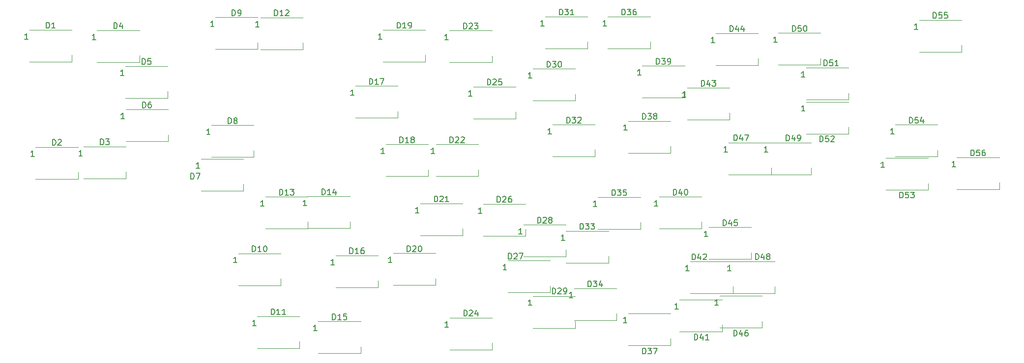
<source format=gbr>
%TF.GenerationSoftware,KiCad,Pcbnew,(5.1.6)-1*%
%TF.CreationDate,2020-11-25T11:54:25+11:00*%
%TF.ProjectId,HUD Panel PCB V1,48554420-5061-46e6-956c-205043422056,rev?*%
%TF.SameCoordinates,Original*%
%TF.FileFunction,Legend,Top*%
%TF.FilePolarity,Positive*%
%FSLAX46Y46*%
G04 Gerber Fmt 4.6, Leading zero omitted, Abs format (unit mm)*
G04 Created by KiCad (PCBNEW (5.1.6)-1) date 2020-11-25 11:54:25*
%MOMM*%
%LPD*%
G01*
G04 APERTURE LIST*
%ADD10C,0.120000*%
%ADD11C,0.150000*%
G04 APERTURE END LIST*
D10*
%TO.C,D56*%
X236681000Y-71507600D02*
X236681000Y-70357600D01*
X229381000Y-71507600D02*
X236681000Y-71507600D01*
X229381000Y-66007600D02*
X236681000Y-66007600D01*
%TO.C,D55*%
X230179000Y-47784000D02*
X230179000Y-46634000D01*
X222879000Y-47784000D02*
X230179000Y-47784000D01*
X222879000Y-42284000D02*
X230179000Y-42284000D01*
%TO.C,D54*%
X226092000Y-65868800D02*
X226092000Y-64718800D01*
X218792000Y-65868800D02*
X226092000Y-65868800D01*
X218792000Y-60368800D02*
X226092000Y-60368800D01*
%TO.C,D53*%
X224427000Y-71634800D02*
X224427000Y-70484800D01*
X217127000Y-71634800D02*
X224427000Y-71634800D01*
X217127000Y-66134800D02*
X224427000Y-66134800D01*
%TO.C,D52*%
X210750000Y-61906400D02*
X210750000Y-60756400D01*
X203450000Y-61906400D02*
X210750000Y-61906400D01*
X203450000Y-56406400D02*
X210750000Y-56406400D01*
%TO.C,D51*%
X210711000Y-56039200D02*
X210711000Y-54889200D01*
X203411000Y-56039200D02*
X210711000Y-56039200D01*
X203411000Y-50539200D02*
X210711000Y-50539200D01*
%TO.C,D50*%
X205936000Y-50044800D02*
X205936000Y-48894800D01*
X198636000Y-50044800D02*
X205936000Y-50044800D01*
X198636000Y-44544800D02*
X205936000Y-44544800D01*
%TO.C,D49*%
X204322000Y-68967600D02*
X204322000Y-67817600D01*
X197022000Y-68967600D02*
X204322000Y-68967600D01*
X197022000Y-63467600D02*
X204322000Y-63467600D01*
%TO.C,D48*%
X198011000Y-89465600D02*
X198011000Y-88315600D01*
X190711000Y-89465600D02*
X198011000Y-89465600D01*
X190711000Y-83965600D02*
X198011000Y-83965600D01*
%TO.C,D47*%
X197401000Y-68942400D02*
X197401000Y-67792400D01*
X190101000Y-68942400D02*
X197401000Y-68942400D01*
X190101000Y-63442400D02*
X197401000Y-63442400D01*
%TO.C,D46*%
X195826000Y-95409200D02*
X195826000Y-94259200D01*
X188526000Y-95409200D02*
X195826000Y-95409200D01*
X188526000Y-89909200D02*
X195826000Y-89909200D01*
%TO.C,D45*%
X193998000Y-83572800D02*
X193998000Y-82422800D01*
X186698000Y-83572800D02*
X193998000Y-83572800D01*
X186698000Y-78072800D02*
X193998000Y-78072800D01*
%TO.C,D44*%
X195178000Y-50070000D02*
X195178000Y-48920000D01*
X187878000Y-50070000D02*
X195178000Y-50070000D01*
X187878000Y-44570000D02*
X195178000Y-44570000D01*
%TO.C,D43*%
X190238000Y-59493600D02*
X190238000Y-58343600D01*
X182938000Y-59493600D02*
X190238000Y-59493600D01*
X182938000Y-53993600D02*
X190238000Y-53993600D01*
%TO.C,D42*%
X190797000Y-89465600D02*
X190797000Y-88315600D01*
X183497000Y-89465600D02*
X190797000Y-89465600D01*
X183497000Y-83965600D02*
X190797000Y-83965600D01*
%TO.C,D41*%
X188929000Y-96044000D02*
X188929000Y-94894000D01*
X181629000Y-96044000D02*
X188929000Y-96044000D01*
X181629000Y-90544000D02*
X188929000Y-90544000D01*
%TO.C,D40*%
X185412000Y-78289600D02*
X185412000Y-77139600D01*
X178112000Y-78289600D02*
X185412000Y-78289600D01*
X178112000Y-72789600D02*
X185412000Y-72789600D01*
%TO.C,D39*%
X182505000Y-55708800D02*
X182505000Y-54558800D01*
X175205000Y-55708800D02*
X182505000Y-55708800D01*
X175205000Y-50208800D02*
X182505000Y-50208800D01*
%TO.C,D38*%
X180118000Y-65208400D02*
X180118000Y-64058400D01*
X172818000Y-65208400D02*
X180118000Y-65208400D01*
X172818000Y-59708400D02*
X180118000Y-59708400D01*
%TO.C,D37*%
X180078000Y-98406400D02*
X180078000Y-97256400D01*
X172778000Y-98406400D02*
X180078000Y-98406400D01*
X172778000Y-92906400D02*
X180078000Y-92906400D01*
%TO.C,D36*%
X176573000Y-47200000D02*
X176573000Y-46050000D01*
X169273000Y-47200000D02*
X176573000Y-47200000D01*
X169273000Y-41700000D02*
X176573000Y-41700000D01*
%TO.C,D35*%
X174885000Y-78365600D02*
X174885000Y-77215600D01*
X167585000Y-78365600D02*
X174885000Y-78365600D01*
X167585000Y-72865600D02*
X174885000Y-72865600D01*
%TO.C,D34*%
X170743000Y-94113600D02*
X170743000Y-92963600D01*
X163443000Y-94113600D02*
X170743000Y-94113600D01*
X163443000Y-88613600D02*
X170743000Y-88613600D01*
%TO.C,D33*%
X169371000Y-84207600D02*
X169371000Y-83057600D01*
X162071000Y-84207600D02*
X169371000Y-84207600D01*
X162071000Y-78707600D02*
X169371000Y-78707600D01*
%TO.C,D32*%
X167074000Y-65843600D02*
X167074000Y-64693600D01*
X159774000Y-65843600D02*
X167074000Y-65843600D01*
X159774000Y-60343600D02*
X167074000Y-60343600D01*
%TO.C,D31*%
X165804000Y-47200000D02*
X165804000Y-46050000D01*
X158504000Y-47200000D02*
X165804000Y-47200000D01*
X158504000Y-41700000D02*
X165804000Y-41700000D01*
%TO.C,D30*%
X163682000Y-56216800D02*
X163682000Y-55066800D01*
X156382000Y-56216800D02*
X163682000Y-56216800D01*
X156382000Y-50716800D02*
X163682000Y-50716800D01*
%TO.C,D29*%
X163682000Y-95434400D02*
X163682000Y-94284400D01*
X156382000Y-95434400D02*
X163682000Y-95434400D01*
X156382000Y-89934400D02*
X163682000Y-89934400D01*
%TO.C,D28*%
X162044000Y-83115600D02*
X162044000Y-81965600D01*
X154744000Y-83115600D02*
X162044000Y-83115600D01*
X154744000Y-77615600D02*
X162044000Y-77615600D01*
%TO.C,D27*%
X159352000Y-89313200D02*
X159352000Y-88163200D01*
X152052000Y-89313200D02*
X159352000Y-89313200D01*
X152052000Y-83813200D02*
X159352000Y-83813200D01*
%TO.C,D26*%
X155096000Y-79534000D02*
X155096000Y-78384000D01*
X147796000Y-79534000D02*
X155096000Y-79534000D01*
X147796000Y-74034000D02*
X155096000Y-74034000D01*
%TO.C,D25*%
X153408000Y-59290400D02*
X153408000Y-58140400D01*
X146108000Y-59290400D02*
X153408000Y-59290400D01*
X146108000Y-53790400D02*
X153408000Y-53790400D01*
%TO.C,D24*%
X149344000Y-99168400D02*
X149344000Y-98018400D01*
X142044000Y-99168400D02*
X149344000Y-99168400D01*
X142044000Y-93668400D02*
X149344000Y-93668400D01*
%TO.C,D23*%
X149305000Y-49612800D02*
X149305000Y-48462800D01*
X142005000Y-49612800D02*
X149305000Y-49612800D01*
X142005000Y-44112800D02*
X149305000Y-44112800D01*
%TO.C,D22*%
X146957000Y-69247200D02*
X146957000Y-68097200D01*
X139657000Y-69247200D02*
X146957000Y-69247200D01*
X139657000Y-63747200D02*
X146957000Y-63747200D01*
%TO.C,D21*%
X144264000Y-79458000D02*
X144264000Y-78308000D01*
X136964000Y-79458000D02*
X144264000Y-79458000D01*
X136964000Y-73958000D02*
X144264000Y-73958000D01*
%TO.C,D20*%
X139591000Y-88043200D02*
X139591000Y-86893200D01*
X132291000Y-88043200D02*
X139591000Y-88043200D01*
X132291000Y-82543200D02*
X139591000Y-82543200D01*
%TO.C,D19*%
X137864000Y-49486000D02*
X137864000Y-48336000D01*
X130564000Y-49486000D02*
X137864000Y-49486000D01*
X130564000Y-43986000D02*
X137864000Y-43986000D01*
%TO.C,D18*%
X138321000Y-69247200D02*
X138321000Y-68097200D01*
X131021000Y-69247200D02*
X138321000Y-69247200D01*
X131021000Y-63747200D02*
X138321000Y-63747200D01*
%TO.C,D17*%
X133088000Y-59188800D02*
X133088000Y-58038800D01*
X125788000Y-59188800D02*
X133088000Y-59188800D01*
X125788000Y-53688800D02*
X133088000Y-53688800D01*
%TO.C,D16*%
X129696000Y-88424000D02*
X129696000Y-87274000D01*
X122396000Y-88424000D02*
X129696000Y-88424000D01*
X122396000Y-82924000D02*
X129696000Y-82924000D01*
%TO.C,D15*%
X126699000Y-99803200D02*
X126699000Y-98653200D01*
X119399000Y-99803200D02*
X126699000Y-99803200D01*
X119399000Y-94303200D02*
X126699000Y-94303200D01*
%TO.C,D14*%
X124910000Y-78238800D02*
X124910000Y-77088800D01*
X117610000Y-78238800D02*
X124910000Y-78238800D01*
X117610000Y-72738800D02*
X124910000Y-72738800D01*
%TO.C,D13*%
X117594000Y-78289600D02*
X117594000Y-77139600D01*
X110294000Y-78289600D02*
X117594000Y-78289600D01*
X110294000Y-72789600D02*
X117594000Y-72789600D01*
%TO.C,D12*%
X116731000Y-47352400D02*
X116731000Y-46202400D01*
X109431000Y-47352400D02*
X116731000Y-47352400D01*
X109431000Y-41852400D02*
X116731000Y-41852400D01*
%TO.C,D11*%
X116184000Y-98939600D02*
X116184000Y-97789600D01*
X108884000Y-98939600D02*
X116184000Y-98939600D01*
X108884000Y-93439600D02*
X116184000Y-93439600D01*
%TO.C,D10*%
X112932000Y-88068400D02*
X112932000Y-86918400D01*
X105632000Y-88068400D02*
X112932000Y-88068400D01*
X105632000Y-82568400D02*
X112932000Y-82568400D01*
%TO.C,D9*%
X108970000Y-47326800D02*
X108970000Y-46176800D01*
X101670000Y-47326800D02*
X108970000Y-47326800D01*
X101670000Y-41826800D02*
X108970000Y-41826800D01*
%TO.C,D8*%
X108298000Y-65945200D02*
X108298000Y-64795200D01*
X100998000Y-65945200D02*
X108298000Y-65945200D01*
X100998000Y-60445200D02*
X108298000Y-60445200D01*
%TO.C,D7*%
X106481000Y-71761600D02*
X106481000Y-70611600D01*
X99181000Y-71761600D02*
X106481000Y-71761600D01*
X99181000Y-66261600D02*
X106481000Y-66261600D01*
%TO.C,D6*%
X93526800Y-63227200D02*
X93526800Y-62077200D01*
X86226800Y-63227200D02*
X93526800Y-63227200D01*
X86226800Y-57727200D02*
X93526800Y-57727200D01*
%TO.C,D5*%
X93464400Y-55734400D02*
X93464400Y-54584400D01*
X86164400Y-55734400D02*
X93464400Y-55734400D01*
X86164400Y-50234400D02*
X93464400Y-50234400D01*
%TO.C,D4*%
X88599200Y-49562000D02*
X88599200Y-48412000D01*
X81299200Y-49562000D02*
X88599200Y-49562000D01*
X81299200Y-44062000D02*
X88599200Y-44062000D01*
%TO.C,D3*%
X86290000Y-69628000D02*
X86290000Y-68478000D01*
X78990000Y-69628000D02*
X86290000Y-69628000D01*
X78990000Y-64128000D02*
X86290000Y-64128000D01*
%TO.C,D2*%
X78021200Y-69704400D02*
X78021200Y-68554400D01*
X70721200Y-69704400D02*
X78021200Y-69704400D01*
X70721200Y-64204400D02*
X78021200Y-64204400D01*
%TO.C,D1*%
X76954400Y-49486000D02*
X76954400Y-48336000D01*
X69654400Y-49486000D02*
X76954400Y-49486000D01*
X69654400Y-43986000D02*
X76954400Y-43986000D01*
%TO.C,D56*%
D11*
X231816714Y-65709980D02*
X231816714Y-64709980D01*
X232054809Y-64709980D01*
X232197666Y-64757600D01*
X232292904Y-64852838D01*
X232340523Y-64948076D01*
X232388142Y-65138552D01*
X232388142Y-65281409D01*
X232340523Y-65471885D01*
X232292904Y-65567123D01*
X232197666Y-65662361D01*
X232054809Y-65709980D01*
X231816714Y-65709980D01*
X233292904Y-64709980D02*
X232816714Y-64709980D01*
X232769095Y-65186171D01*
X232816714Y-65138552D01*
X232911952Y-65090933D01*
X233150047Y-65090933D01*
X233245285Y-65138552D01*
X233292904Y-65186171D01*
X233340523Y-65281409D01*
X233340523Y-65519504D01*
X233292904Y-65614742D01*
X233245285Y-65662361D01*
X233150047Y-65709980D01*
X232911952Y-65709980D01*
X232816714Y-65662361D01*
X232769095Y-65614742D01*
X234197666Y-64709980D02*
X234007190Y-64709980D01*
X233911952Y-64757600D01*
X233864333Y-64805219D01*
X233769095Y-64948076D01*
X233721476Y-65138552D01*
X233721476Y-65519504D01*
X233769095Y-65614742D01*
X233816714Y-65662361D01*
X233911952Y-65709980D01*
X234102428Y-65709980D01*
X234197666Y-65662361D01*
X234245285Y-65614742D01*
X234292904Y-65519504D01*
X234292904Y-65281409D01*
X234245285Y-65186171D01*
X234197666Y-65138552D01*
X234102428Y-65090933D01*
X233911952Y-65090933D01*
X233816714Y-65138552D01*
X233769095Y-65186171D01*
X233721476Y-65281409D01*
X229166714Y-67609980D02*
X228595285Y-67609980D01*
X228881000Y-67609980D02*
X228881000Y-66609980D01*
X228785761Y-66752838D01*
X228690523Y-66848076D01*
X228595285Y-66895695D01*
%TO.C,D55*%
X225314714Y-41986380D02*
X225314714Y-40986380D01*
X225552809Y-40986380D01*
X225695666Y-41034000D01*
X225790904Y-41129238D01*
X225838523Y-41224476D01*
X225886142Y-41414952D01*
X225886142Y-41557809D01*
X225838523Y-41748285D01*
X225790904Y-41843523D01*
X225695666Y-41938761D01*
X225552809Y-41986380D01*
X225314714Y-41986380D01*
X226790904Y-40986380D02*
X226314714Y-40986380D01*
X226267095Y-41462571D01*
X226314714Y-41414952D01*
X226409952Y-41367333D01*
X226648047Y-41367333D01*
X226743285Y-41414952D01*
X226790904Y-41462571D01*
X226838523Y-41557809D01*
X226838523Y-41795904D01*
X226790904Y-41891142D01*
X226743285Y-41938761D01*
X226648047Y-41986380D01*
X226409952Y-41986380D01*
X226314714Y-41938761D01*
X226267095Y-41891142D01*
X227743285Y-40986380D02*
X227267095Y-40986380D01*
X227219476Y-41462571D01*
X227267095Y-41414952D01*
X227362333Y-41367333D01*
X227600428Y-41367333D01*
X227695666Y-41414952D01*
X227743285Y-41462571D01*
X227790904Y-41557809D01*
X227790904Y-41795904D01*
X227743285Y-41891142D01*
X227695666Y-41938761D01*
X227600428Y-41986380D01*
X227362333Y-41986380D01*
X227267095Y-41938761D01*
X227219476Y-41891142D01*
X222664714Y-43886380D02*
X222093285Y-43886380D01*
X222379000Y-43886380D02*
X222379000Y-42886380D01*
X222283761Y-43029238D01*
X222188523Y-43124476D01*
X222093285Y-43172095D01*
%TO.C,D54*%
X221227714Y-60071180D02*
X221227714Y-59071180D01*
X221465809Y-59071180D01*
X221608666Y-59118800D01*
X221703904Y-59214038D01*
X221751523Y-59309276D01*
X221799142Y-59499752D01*
X221799142Y-59642609D01*
X221751523Y-59833085D01*
X221703904Y-59928323D01*
X221608666Y-60023561D01*
X221465809Y-60071180D01*
X221227714Y-60071180D01*
X222703904Y-59071180D02*
X222227714Y-59071180D01*
X222180095Y-59547371D01*
X222227714Y-59499752D01*
X222322952Y-59452133D01*
X222561047Y-59452133D01*
X222656285Y-59499752D01*
X222703904Y-59547371D01*
X222751523Y-59642609D01*
X222751523Y-59880704D01*
X222703904Y-59975942D01*
X222656285Y-60023561D01*
X222561047Y-60071180D01*
X222322952Y-60071180D01*
X222227714Y-60023561D01*
X222180095Y-59975942D01*
X223608666Y-59404514D02*
X223608666Y-60071180D01*
X223370571Y-59023561D02*
X223132476Y-59737847D01*
X223751523Y-59737847D01*
X218577714Y-61971180D02*
X218006285Y-61971180D01*
X218292000Y-61971180D02*
X218292000Y-60971180D01*
X218196761Y-61114038D01*
X218101523Y-61209276D01*
X218006285Y-61256895D01*
%TO.C,D53*%
X219562714Y-72994780D02*
X219562714Y-71994780D01*
X219800809Y-71994780D01*
X219943666Y-72042400D01*
X220038904Y-72137638D01*
X220086523Y-72232876D01*
X220134142Y-72423352D01*
X220134142Y-72566209D01*
X220086523Y-72756685D01*
X220038904Y-72851923D01*
X219943666Y-72947161D01*
X219800809Y-72994780D01*
X219562714Y-72994780D01*
X221038904Y-71994780D02*
X220562714Y-71994780D01*
X220515095Y-72470971D01*
X220562714Y-72423352D01*
X220657952Y-72375733D01*
X220896047Y-72375733D01*
X220991285Y-72423352D01*
X221038904Y-72470971D01*
X221086523Y-72566209D01*
X221086523Y-72804304D01*
X221038904Y-72899542D01*
X220991285Y-72947161D01*
X220896047Y-72994780D01*
X220657952Y-72994780D01*
X220562714Y-72947161D01*
X220515095Y-72899542D01*
X221419857Y-71994780D02*
X222038904Y-71994780D01*
X221705571Y-72375733D01*
X221848428Y-72375733D01*
X221943666Y-72423352D01*
X221991285Y-72470971D01*
X222038904Y-72566209D01*
X222038904Y-72804304D01*
X221991285Y-72899542D01*
X221943666Y-72947161D01*
X221848428Y-72994780D01*
X221562714Y-72994780D01*
X221467476Y-72947161D01*
X221419857Y-72899542D01*
X216912714Y-67737180D02*
X216341285Y-67737180D01*
X216627000Y-67737180D02*
X216627000Y-66737180D01*
X216531761Y-66880038D01*
X216436523Y-66975276D01*
X216341285Y-67022895D01*
%TO.C,D52*%
X205795714Y-63291980D02*
X205795714Y-62291980D01*
X206033809Y-62291980D01*
X206176666Y-62339600D01*
X206271904Y-62434838D01*
X206319523Y-62530076D01*
X206367142Y-62720552D01*
X206367142Y-62863409D01*
X206319523Y-63053885D01*
X206271904Y-63149123D01*
X206176666Y-63244361D01*
X206033809Y-63291980D01*
X205795714Y-63291980D01*
X207271904Y-62291980D02*
X206795714Y-62291980D01*
X206748095Y-62768171D01*
X206795714Y-62720552D01*
X206890952Y-62672933D01*
X207129047Y-62672933D01*
X207224285Y-62720552D01*
X207271904Y-62768171D01*
X207319523Y-62863409D01*
X207319523Y-63101504D01*
X207271904Y-63196742D01*
X207224285Y-63244361D01*
X207129047Y-63291980D01*
X206890952Y-63291980D01*
X206795714Y-63244361D01*
X206748095Y-63196742D01*
X207700476Y-62387219D02*
X207748095Y-62339600D01*
X207843333Y-62291980D01*
X208081428Y-62291980D01*
X208176666Y-62339600D01*
X208224285Y-62387219D01*
X208271904Y-62482457D01*
X208271904Y-62577695D01*
X208224285Y-62720552D01*
X207652857Y-63291980D01*
X208271904Y-63291980D01*
X203235714Y-58008780D02*
X202664285Y-58008780D01*
X202950000Y-58008780D02*
X202950000Y-57008780D01*
X202854761Y-57151638D01*
X202759523Y-57246876D01*
X202664285Y-57294495D01*
%TO.C,D51*%
X206506914Y-50185580D02*
X206506914Y-49185580D01*
X206745009Y-49185580D01*
X206887866Y-49233200D01*
X206983104Y-49328438D01*
X207030723Y-49423676D01*
X207078342Y-49614152D01*
X207078342Y-49757009D01*
X207030723Y-49947485D01*
X206983104Y-50042723D01*
X206887866Y-50137961D01*
X206745009Y-50185580D01*
X206506914Y-50185580D01*
X207983104Y-49185580D02*
X207506914Y-49185580D01*
X207459295Y-49661771D01*
X207506914Y-49614152D01*
X207602152Y-49566533D01*
X207840247Y-49566533D01*
X207935485Y-49614152D01*
X207983104Y-49661771D01*
X208030723Y-49757009D01*
X208030723Y-49995104D01*
X207983104Y-50090342D01*
X207935485Y-50137961D01*
X207840247Y-50185580D01*
X207602152Y-50185580D01*
X207506914Y-50137961D01*
X207459295Y-50090342D01*
X208983104Y-50185580D02*
X208411676Y-50185580D01*
X208697390Y-50185580D02*
X208697390Y-49185580D01*
X208602152Y-49328438D01*
X208506914Y-49423676D01*
X208411676Y-49471295D01*
X203196714Y-52141580D02*
X202625285Y-52141580D01*
X202911000Y-52141580D02*
X202911000Y-51141580D01*
X202815761Y-51284438D01*
X202720523Y-51379676D01*
X202625285Y-51427295D01*
%TO.C,D50*%
X201071714Y-44247180D02*
X201071714Y-43247180D01*
X201309809Y-43247180D01*
X201452666Y-43294800D01*
X201547904Y-43390038D01*
X201595523Y-43485276D01*
X201643142Y-43675752D01*
X201643142Y-43818609D01*
X201595523Y-44009085D01*
X201547904Y-44104323D01*
X201452666Y-44199561D01*
X201309809Y-44247180D01*
X201071714Y-44247180D01*
X202547904Y-43247180D02*
X202071714Y-43247180D01*
X202024095Y-43723371D01*
X202071714Y-43675752D01*
X202166952Y-43628133D01*
X202405047Y-43628133D01*
X202500285Y-43675752D01*
X202547904Y-43723371D01*
X202595523Y-43818609D01*
X202595523Y-44056704D01*
X202547904Y-44151942D01*
X202500285Y-44199561D01*
X202405047Y-44247180D01*
X202166952Y-44247180D01*
X202071714Y-44199561D01*
X202024095Y-44151942D01*
X203214571Y-43247180D02*
X203309809Y-43247180D01*
X203405047Y-43294800D01*
X203452666Y-43342419D01*
X203500285Y-43437657D01*
X203547904Y-43628133D01*
X203547904Y-43866228D01*
X203500285Y-44056704D01*
X203452666Y-44151942D01*
X203405047Y-44199561D01*
X203309809Y-44247180D01*
X203214571Y-44247180D01*
X203119333Y-44199561D01*
X203071714Y-44151942D01*
X203024095Y-44056704D01*
X202976476Y-43866228D01*
X202976476Y-43628133D01*
X203024095Y-43437657D01*
X203071714Y-43342419D01*
X203119333Y-43294800D01*
X203214571Y-43247180D01*
X198421714Y-46147180D02*
X197850285Y-46147180D01*
X198136000Y-46147180D02*
X198136000Y-45147180D01*
X198040761Y-45290038D01*
X197945523Y-45385276D01*
X197850285Y-45432895D01*
%TO.C,D49*%
X200004514Y-63139580D02*
X200004514Y-62139580D01*
X200242609Y-62139580D01*
X200385466Y-62187200D01*
X200480704Y-62282438D01*
X200528323Y-62377676D01*
X200575942Y-62568152D01*
X200575942Y-62711009D01*
X200528323Y-62901485D01*
X200480704Y-62996723D01*
X200385466Y-63091961D01*
X200242609Y-63139580D01*
X200004514Y-63139580D01*
X201433085Y-62472914D02*
X201433085Y-63139580D01*
X201194990Y-62091961D02*
X200956895Y-62806247D01*
X201575942Y-62806247D01*
X202004514Y-63139580D02*
X202194990Y-63139580D01*
X202290228Y-63091961D01*
X202337847Y-63044342D01*
X202433085Y-62901485D01*
X202480704Y-62711009D01*
X202480704Y-62330057D01*
X202433085Y-62234819D01*
X202385466Y-62187200D01*
X202290228Y-62139580D01*
X202099752Y-62139580D01*
X202004514Y-62187200D01*
X201956895Y-62234819D01*
X201909276Y-62330057D01*
X201909276Y-62568152D01*
X201956895Y-62663390D01*
X202004514Y-62711009D01*
X202099752Y-62758628D01*
X202290228Y-62758628D01*
X202385466Y-62711009D01*
X202433085Y-62663390D01*
X202480704Y-62568152D01*
X196807714Y-65069980D02*
X196236285Y-65069980D01*
X196522000Y-65069980D02*
X196522000Y-64069980D01*
X196426761Y-64212838D01*
X196331523Y-64308076D01*
X196236285Y-64355695D01*
%TO.C,D48*%
X194721314Y-83611980D02*
X194721314Y-82611980D01*
X194959409Y-82611980D01*
X195102266Y-82659600D01*
X195197504Y-82754838D01*
X195245123Y-82850076D01*
X195292742Y-83040552D01*
X195292742Y-83183409D01*
X195245123Y-83373885D01*
X195197504Y-83469123D01*
X195102266Y-83564361D01*
X194959409Y-83611980D01*
X194721314Y-83611980D01*
X196149885Y-82945314D02*
X196149885Y-83611980D01*
X195911790Y-82564361D02*
X195673695Y-83278647D01*
X196292742Y-83278647D01*
X196816552Y-83040552D02*
X196721314Y-82992933D01*
X196673695Y-82945314D01*
X196626076Y-82850076D01*
X196626076Y-82802457D01*
X196673695Y-82707219D01*
X196721314Y-82659600D01*
X196816552Y-82611980D01*
X197007028Y-82611980D01*
X197102266Y-82659600D01*
X197149885Y-82707219D01*
X197197504Y-82802457D01*
X197197504Y-82850076D01*
X197149885Y-82945314D01*
X197102266Y-82992933D01*
X197007028Y-83040552D01*
X196816552Y-83040552D01*
X196721314Y-83088171D01*
X196673695Y-83135790D01*
X196626076Y-83231028D01*
X196626076Y-83421504D01*
X196673695Y-83516742D01*
X196721314Y-83564361D01*
X196816552Y-83611980D01*
X197007028Y-83611980D01*
X197102266Y-83564361D01*
X197149885Y-83516742D01*
X197197504Y-83421504D01*
X197197504Y-83231028D01*
X197149885Y-83135790D01*
X197102266Y-83088171D01*
X197007028Y-83040552D01*
X190496714Y-85567980D02*
X189925285Y-85567980D01*
X190211000Y-85567980D02*
X190211000Y-84567980D01*
X190115761Y-84710838D01*
X190020523Y-84806076D01*
X189925285Y-84853695D01*
%TO.C,D47*%
X191012914Y-63088780D02*
X191012914Y-62088780D01*
X191251009Y-62088780D01*
X191393866Y-62136400D01*
X191489104Y-62231638D01*
X191536723Y-62326876D01*
X191584342Y-62517352D01*
X191584342Y-62660209D01*
X191536723Y-62850685D01*
X191489104Y-62945923D01*
X191393866Y-63041161D01*
X191251009Y-63088780D01*
X191012914Y-63088780D01*
X192441485Y-62422114D02*
X192441485Y-63088780D01*
X192203390Y-62041161D02*
X191965295Y-62755447D01*
X192584342Y-62755447D01*
X192870057Y-62088780D02*
X193536723Y-62088780D01*
X193108152Y-63088780D01*
X189886714Y-65044780D02*
X189315285Y-65044780D01*
X189601000Y-65044780D02*
X189601000Y-64044780D01*
X189505761Y-64187638D01*
X189410523Y-64282876D01*
X189315285Y-64330495D01*
%TO.C,D46*%
X190961714Y-96819980D02*
X190961714Y-95819980D01*
X191199809Y-95819980D01*
X191342666Y-95867600D01*
X191437904Y-95962838D01*
X191485523Y-96058076D01*
X191533142Y-96248552D01*
X191533142Y-96391409D01*
X191485523Y-96581885D01*
X191437904Y-96677123D01*
X191342666Y-96772361D01*
X191199809Y-96819980D01*
X190961714Y-96819980D01*
X192390285Y-96153314D02*
X192390285Y-96819980D01*
X192152190Y-95772361D02*
X191914095Y-96486647D01*
X192533142Y-96486647D01*
X193342666Y-95819980D02*
X193152190Y-95819980D01*
X193056952Y-95867600D01*
X193009333Y-95915219D01*
X192914095Y-96058076D01*
X192866476Y-96248552D01*
X192866476Y-96629504D01*
X192914095Y-96724742D01*
X192961714Y-96772361D01*
X193056952Y-96819980D01*
X193247428Y-96819980D01*
X193342666Y-96772361D01*
X193390285Y-96724742D01*
X193437904Y-96629504D01*
X193437904Y-96391409D01*
X193390285Y-96296171D01*
X193342666Y-96248552D01*
X193247428Y-96200933D01*
X193056952Y-96200933D01*
X192961714Y-96248552D01*
X192914095Y-96296171D01*
X192866476Y-96391409D01*
X188311714Y-91511580D02*
X187740285Y-91511580D01*
X188026000Y-91511580D02*
X188026000Y-90511580D01*
X187930761Y-90654438D01*
X187835523Y-90749676D01*
X187740285Y-90797295D01*
%TO.C,D45*%
X189133714Y-77775180D02*
X189133714Y-76775180D01*
X189371809Y-76775180D01*
X189514666Y-76822800D01*
X189609904Y-76918038D01*
X189657523Y-77013276D01*
X189705142Y-77203752D01*
X189705142Y-77346609D01*
X189657523Y-77537085D01*
X189609904Y-77632323D01*
X189514666Y-77727561D01*
X189371809Y-77775180D01*
X189133714Y-77775180D01*
X190562285Y-77108514D02*
X190562285Y-77775180D01*
X190324190Y-76727561D02*
X190086095Y-77441847D01*
X190705142Y-77441847D01*
X191562285Y-76775180D02*
X191086095Y-76775180D01*
X191038476Y-77251371D01*
X191086095Y-77203752D01*
X191181333Y-77156133D01*
X191419428Y-77156133D01*
X191514666Y-77203752D01*
X191562285Y-77251371D01*
X191609904Y-77346609D01*
X191609904Y-77584704D01*
X191562285Y-77679942D01*
X191514666Y-77727561D01*
X191419428Y-77775180D01*
X191181333Y-77775180D01*
X191086095Y-77727561D01*
X191038476Y-77679942D01*
X186483714Y-79675180D02*
X185912285Y-79675180D01*
X186198000Y-79675180D02*
X186198000Y-78675180D01*
X186102761Y-78818038D01*
X186007523Y-78913276D01*
X185912285Y-78960895D01*
%TO.C,D44*%
X190313714Y-44272380D02*
X190313714Y-43272380D01*
X190551809Y-43272380D01*
X190694666Y-43320000D01*
X190789904Y-43415238D01*
X190837523Y-43510476D01*
X190885142Y-43700952D01*
X190885142Y-43843809D01*
X190837523Y-44034285D01*
X190789904Y-44129523D01*
X190694666Y-44224761D01*
X190551809Y-44272380D01*
X190313714Y-44272380D01*
X191742285Y-43605714D02*
X191742285Y-44272380D01*
X191504190Y-43224761D02*
X191266095Y-43939047D01*
X191885142Y-43939047D01*
X192694666Y-43605714D02*
X192694666Y-44272380D01*
X192456571Y-43224761D02*
X192218476Y-43939047D01*
X192837523Y-43939047D01*
X187663714Y-46172380D02*
X187092285Y-46172380D01*
X187378000Y-46172380D02*
X187378000Y-45172380D01*
X187282761Y-45315238D01*
X187187523Y-45410476D01*
X187092285Y-45458095D01*
%TO.C,D43*%
X185373714Y-53695980D02*
X185373714Y-52695980D01*
X185611809Y-52695980D01*
X185754666Y-52743600D01*
X185849904Y-52838838D01*
X185897523Y-52934076D01*
X185945142Y-53124552D01*
X185945142Y-53267409D01*
X185897523Y-53457885D01*
X185849904Y-53553123D01*
X185754666Y-53648361D01*
X185611809Y-53695980D01*
X185373714Y-53695980D01*
X186802285Y-53029314D02*
X186802285Y-53695980D01*
X186564190Y-52648361D02*
X186326095Y-53362647D01*
X186945142Y-53362647D01*
X187230857Y-52695980D02*
X187849904Y-52695980D01*
X187516571Y-53076933D01*
X187659428Y-53076933D01*
X187754666Y-53124552D01*
X187802285Y-53172171D01*
X187849904Y-53267409D01*
X187849904Y-53505504D01*
X187802285Y-53600742D01*
X187754666Y-53648361D01*
X187659428Y-53695980D01*
X187373714Y-53695980D01*
X187278476Y-53648361D01*
X187230857Y-53600742D01*
X182723714Y-55595980D02*
X182152285Y-55595980D01*
X182438000Y-55595980D02*
X182438000Y-54595980D01*
X182342761Y-54738838D01*
X182247523Y-54834076D01*
X182152285Y-54881695D01*
%TO.C,D42*%
X183799314Y-83662780D02*
X183799314Y-82662780D01*
X184037409Y-82662780D01*
X184180266Y-82710400D01*
X184275504Y-82805638D01*
X184323123Y-82900876D01*
X184370742Y-83091352D01*
X184370742Y-83234209D01*
X184323123Y-83424685D01*
X184275504Y-83519923D01*
X184180266Y-83615161D01*
X184037409Y-83662780D01*
X183799314Y-83662780D01*
X185227885Y-82996114D02*
X185227885Y-83662780D01*
X184989790Y-82615161D02*
X184751695Y-83329447D01*
X185370742Y-83329447D01*
X185704076Y-82758019D02*
X185751695Y-82710400D01*
X185846933Y-82662780D01*
X186085028Y-82662780D01*
X186180266Y-82710400D01*
X186227885Y-82758019D01*
X186275504Y-82853257D01*
X186275504Y-82948495D01*
X186227885Y-83091352D01*
X185656457Y-83662780D01*
X186275504Y-83662780D01*
X183282714Y-85567980D02*
X182711285Y-85567980D01*
X182997000Y-85567980D02*
X182997000Y-84567980D01*
X182901761Y-84710838D01*
X182806523Y-84806076D01*
X182711285Y-84853695D01*
%TO.C,D41*%
X184205714Y-97480380D02*
X184205714Y-96480380D01*
X184443809Y-96480380D01*
X184586666Y-96528000D01*
X184681904Y-96623238D01*
X184729523Y-96718476D01*
X184777142Y-96908952D01*
X184777142Y-97051809D01*
X184729523Y-97242285D01*
X184681904Y-97337523D01*
X184586666Y-97432761D01*
X184443809Y-97480380D01*
X184205714Y-97480380D01*
X185634285Y-96813714D02*
X185634285Y-97480380D01*
X185396190Y-96432761D02*
X185158095Y-97147047D01*
X185777142Y-97147047D01*
X186681904Y-97480380D02*
X186110476Y-97480380D01*
X186396190Y-97480380D02*
X186396190Y-96480380D01*
X186300952Y-96623238D01*
X186205714Y-96718476D01*
X186110476Y-96766095D01*
X181414714Y-92146380D02*
X180843285Y-92146380D01*
X181129000Y-92146380D02*
X181129000Y-91146380D01*
X181033761Y-91289238D01*
X180938523Y-91384476D01*
X180843285Y-91432095D01*
%TO.C,D40*%
X180547714Y-72491980D02*
X180547714Y-71491980D01*
X180785809Y-71491980D01*
X180928666Y-71539600D01*
X181023904Y-71634838D01*
X181071523Y-71730076D01*
X181119142Y-71920552D01*
X181119142Y-72063409D01*
X181071523Y-72253885D01*
X181023904Y-72349123D01*
X180928666Y-72444361D01*
X180785809Y-72491980D01*
X180547714Y-72491980D01*
X181976285Y-71825314D02*
X181976285Y-72491980D01*
X181738190Y-71444361D02*
X181500095Y-72158647D01*
X182119142Y-72158647D01*
X182690571Y-71491980D02*
X182785809Y-71491980D01*
X182881047Y-71539600D01*
X182928666Y-71587219D01*
X182976285Y-71682457D01*
X183023904Y-71872933D01*
X183023904Y-72111028D01*
X182976285Y-72301504D01*
X182928666Y-72396742D01*
X182881047Y-72444361D01*
X182785809Y-72491980D01*
X182690571Y-72491980D01*
X182595333Y-72444361D01*
X182547714Y-72396742D01*
X182500095Y-72301504D01*
X182452476Y-72111028D01*
X182452476Y-71872933D01*
X182500095Y-71682457D01*
X182547714Y-71587219D01*
X182595333Y-71539600D01*
X182690571Y-71491980D01*
X177897714Y-74391980D02*
X177326285Y-74391980D01*
X177612000Y-74391980D02*
X177612000Y-73391980D01*
X177516761Y-73534838D01*
X177421523Y-73630076D01*
X177326285Y-73677695D01*
%TO.C,D39*%
X177640714Y-49911180D02*
X177640714Y-48911180D01*
X177878809Y-48911180D01*
X178021666Y-48958800D01*
X178116904Y-49054038D01*
X178164523Y-49149276D01*
X178212142Y-49339752D01*
X178212142Y-49482609D01*
X178164523Y-49673085D01*
X178116904Y-49768323D01*
X178021666Y-49863561D01*
X177878809Y-49911180D01*
X177640714Y-49911180D01*
X178545476Y-48911180D02*
X179164523Y-48911180D01*
X178831190Y-49292133D01*
X178974047Y-49292133D01*
X179069285Y-49339752D01*
X179116904Y-49387371D01*
X179164523Y-49482609D01*
X179164523Y-49720704D01*
X179116904Y-49815942D01*
X179069285Y-49863561D01*
X178974047Y-49911180D01*
X178688333Y-49911180D01*
X178593095Y-49863561D01*
X178545476Y-49815942D01*
X179640714Y-49911180D02*
X179831190Y-49911180D01*
X179926428Y-49863561D01*
X179974047Y-49815942D01*
X180069285Y-49673085D01*
X180116904Y-49482609D01*
X180116904Y-49101657D01*
X180069285Y-49006419D01*
X180021666Y-48958800D01*
X179926428Y-48911180D01*
X179735952Y-48911180D01*
X179640714Y-48958800D01*
X179593095Y-49006419D01*
X179545476Y-49101657D01*
X179545476Y-49339752D01*
X179593095Y-49434990D01*
X179640714Y-49482609D01*
X179735952Y-49530228D01*
X179926428Y-49530228D01*
X180021666Y-49482609D01*
X180069285Y-49434990D01*
X180116904Y-49339752D01*
X174990714Y-51811180D02*
X174419285Y-51811180D01*
X174705000Y-51811180D02*
X174705000Y-50811180D01*
X174609761Y-50954038D01*
X174514523Y-51049276D01*
X174419285Y-51096895D01*
%TO.C,D38*%
X175253714Y-59410780D02*
X175253714Y-58410780D01*
X175491809Y-58410780D01*
X175634666Y-58458400D01*
X175729904Y-58553638D01*
X175777523Y-58648876D01*
X175825142Y-58839352D01*
X175825142Y-58982209D01*
X175777523Y-59172685D01*
X175729904Y-59267923D01*
X175634666Y-59363161D01*
X175491809Y-59410780D01*
X175253714Y-59410780D01*
X176158476Y-58410780D02*
X176777523Y-58410780D01*
X176444190Y-58791733D01*
X176587047Y-58791733D01*
X176682285Y-58839352D01*
X176729904Y-58886971D01*
X176777523Y-58982209D01*
X176777523Y-59220304D01*
X176729904Y-59315542D01*
X176682285Y-59363161D01*
X176587047Y-59410780D01*
X176301333Y-59410780D01*
X176206095Y-59363161D01*
X176158476Y-59315542D01*
X177348952Y-58839352D02*
X177253714Y-58791733D01*
X177206095Y-58744114D01*
X177158476Y-58648876D01*
X177158476Y-58601257D01*
X177206095Y-58506019D01*
X177253714Y-58458400D01*
X177348952Y-58410780D01*
X177539428Y-58410780D01*
X177634666Y-58458400D01*
X177682285Y-58506019D01*
X177729904Y-58601257D01*
X177729904Y-58648876D01*
X177682285Y-58744114D01*
X177634666Y-58791733D01*
X177539428Y-58839352D01*
X177348952Y-58839352D01*
X177253714Y-58886971D01*
X177206095Y-58934590D01*
X177158476Y-59029828D01*
X177158476Y-59220304D01*
X177206095Y-59315542D01*
X177253714Y-59363161D01*
X177348952Y-59410780D01*
X177539428Y-59410780D01*
X177634666Y-59363161D01*
X177682285Y-59315542D01*
X177729904Y-59220304D01*
X177729904Y-59029828D01*
X177682285Y-58934590D01*
X177634666Y-58886971D01*
X177539428Y-58839352D01*
X172603714Y-61310780D02*
X172032285Y-61310780D01*
X172318000Y-61310780D02*
X172318000Y-60310780D01*
X172222761Y-60453638D01*
X172127523Y-60548876D01*
X172032285Y-60596495D01*
%TO.C,D37*%
X175264914Y-99918780D02*
X175264914Y-98918780D01*
X175503009Y-98918780D01*
X175645866Y-98966400D01*
X175741104Y-99061638D01*
X175788723Y-99156876D01*
X175836342Y-99347352D01*
X175836342Y-99490209D01*
X175788723Y-99680685D01*
X175741104Y-99775923D01*
X175645866Y-99871161D01*
X175503009Y-99918780D01*
X175264914Y-99918780D01*
X176169676Y-98918780D02*
X176788723Y-98918780D01*
X176455390Y-99299733D01*
X176598247Y-99299733D01*
X176693485Y-99347352D01*
X176741104Y-99394971D01*
X176788723Y-99490209D01*
X176788723Y-99728304D01*
X176741104Y-99823542D01*
X176693485Y-99871161D01*
X176598247Y-99918780D01*
X176312533Y-99918780D01*
X176217295Y-99871161D01*
X176169676Y-99823542D01*
X177122057Y-98918780D02*
X177788723Y-98918780D01*
X177360152Y-99918780D01*
X172563714Y-94508780D02*
X171992285Y-94508780D01*
X172278000Y-94508780D02*
X172278000Y-93508780D01*
X172182761Y-93651638D01*
X172087523Y-93746876D01*
X171992285Y-93794495D01*
%TO.C,D36*%
X171708714Y-41402380D02*
X171708714Y-40402380D01*
X171946809Y-40402380D01*
X172089666Y-40450000D01*
X172184904Y-40545238D01*
X172232523Y-40640476D01*
X172280142Y-40830952D01*
X172280142Y-40973809D01*
X172232523Y-41164285D01*
X172184904Y-41259523D01*
X172089666Y-41354761D01*
X171946809Y-41402380D01*
X171708714Y-41402380D01*
X172613476Y-40402380D02*
X173232523Y-40402380D01*
X172899190Y-40783333D01*
X173042047Y-40783333D01*
X173137285Y-40830952D01*
X173184904Y-40878571D01*
X173232523Y-40973809D01*
X173232523Y-41211904D01*
X173184904Y-41307142D01*
X173137285Y-41354761D01*
X173042047Y-41402380D01*
X172756333Y-41402380D01*
X172661095Y-41354761D01*
X172613476Y-41307142D01*
X174089666Y-40402380D02*
X173899190Y-40402380D01*
X173803952Y-40450000D01*
X173756333Y-40497619D01*
X173661095Y-40640476D01*
X173613476Y-40830952D01*
X173613476Y-41211904D01*
X173661095Y-41307142D01*
X173708714Y-41354761D01*
X173803952Y-41402380D01*
X173994428Y-41402380D01*
X174089666Y-41354761D01*
X174137285Y-41307142D01*
X174184904Y-41211904D01*
X174184904Y-40973809D01*
X174137285Y-40878571D01*
X174089666Y-40830952D01*
X173994428Y-40783333D01*
X173803952Y-40783333D01*
X173708714Y-40830952D01*
X173661095Y-40878571D01*
X173613476Y-40973809D01*
X169058714Y-43302380D02*
X168487285Y-43302380D01*
X168773000Y-43302380D02*
X168773000Y-42302380D01*
X168677761Y-42445238D01*
X168582523Y-42540476D01*
X168487285Y-42588095D01*
%TO.C,D35*%
X170020714Y-72567980D02*
X170020714Y-71567980D01*
X170258809Y-71567980D01*
X170401666Y-71615600D01*
X170496904Y-71710838D01*
X170544523Y-71806076D01*
X170592142Y-71996552D01*
X170592142Y-72139409D01*
X170544523Y-72329885D01*
X170496904Y-72425123D01*
X170401666Y-72520361D01*
X170258809Y-72567980D01*
X170020714Y-72567980D01*
X170925476Y-71567980D02*
X171544523Y-71567980D01*
X171211190Y-71948933D01*
X171354047Y-71948933D01*
X171449285Y-71996552D01*
X171496904Y-72044171D01*
X171544523Y-72139409D01*
X171544523Y-72377504D01*
X171496904Y-72472742D01*
X171449285Y-72520361D01*
X171354047Y-72567980D01*
X171068333Y-72567980D01*
X170973095Y-72520361D01*
X170925476Y-72472742D01*
X172449285Y-71567980D02*
X171973095Y-71567980D01*
X171925476Y-72044171D01*
X171973095Y-71996552D01*
X172068333Y-71948933D01*
X172306428Y-71948933D01*
X172401666Y-71996552D01*
X172449285Y-72044171D01*
X172496904Y-72139409D01*
X172496904Y-72377504D01*
X172449285Y-72472742D01*
X172401666Y-72520361D01*
X172306428Y-72567980D01*
X172068333Y-72567980D01*
X171973095Y-72520361D01*
X171925476Y-72472742D01*
X167370714Y-74467980D02*
X166799285Y-74467980D01*
X167085000Y-74467980D02*
X167085000Y-73467980D01*
X166989761Y-73610838D01*
X166894523Y-73706076D01*
X166799285Y-73753695D01*
%TO.C,D34*%
X165878714Y-88315980D02*
X165878714Y-87315980D01*
X166116809Y-87315980D01*
X166259666Y-87363600D01*
X166354904Y-87458838D01*
X166402523Y-87554076D01*
X166450142Y-87744552D01*
X166450142Y-87887409D01*
X166402523Y-88077885D01*
X166354904Y-88173123D01*
X166259666Y-88268361D01*
X166116809Y-88315980D01*
X165878714Y-88315980D01*
X166783476Y-87315980D02*
X167402523Y-87315980D01*
X167069190Y-87696933D01*
X167212047Y-87696933D01*
X167307285Y-87744552D01*
X167354904Y-87792171D01*
X167402523Y-87887409D01*
X167402523Y-88125504D01*
X167354904Y-88220742D01*
X167307285Y-88268361D01*
X167212047Y-88315980D01*
X166926333Y-88315980D01*
X166831095Y-88268361D01*
X166783476Y-88220742D01*
X168259666Y-87649314D02*
X168259666Y-88315980D01*
X168021571Y-87268361D02*
X167783476Y-87982647D01*
X168402523Y-87982647D01*
X163228714Y-90215980D02*
X162657285Y-90215980D01*
X162943000Y-90215980D02*
X162943000Y-89215980D01*
X162847761Y-89358838D01*
X162752523Y-89454076D01*
X162657285Y-89501695D01*
%TO.C,D33*%
X164506714Y-78409980D02*
X164506714Y-77409980D01*
X164744809Y-77409980D01*
X164887666Y-77457600D01*
X164982904Y-77552838D01*
X165030523Y-77648076D01*
X165078142Y-77838552D01*
X165078142Y-77981409D01*
X165030523Y-78171885D01*
X164982904Y-78267123D01*
X164887666Y-78362361D01*
X164744809Y-78409980D01*
X164506714Y-78409980D01*
X165411476Y-77409980D02*
X166030523Y-77409980D01*
X165697190Y-77790933D01*
X165840047Y-77790933D01*
X165935285Y-77838552D01*
X165982904Y-77886171D01*
X166030523Y-77981409D01*
X166030523Y-78219504D01*
X165982904Y-78314742D01*
X165935285Y-78362361D01*
X165840047Y-78409980D01*
X165554333Y-78409980D01*
X165459095Y-78362361D01*
X165411476Y-78314742D01*
X166363857Y-77409980D02*
X166982904Y-77409980D01*
X166649571Y-77790933D01*
X166792428Y-77790933D01*
X166887666Y-77838552D01*
X166935285Y-77886171D01*
X166982904Y-77981409D01*
X166982904Y-78219504D01*
X166935285Y-78314742D01*
X166887666Y-78362361D01*
X166792428Y-78409980D01*
X166506714Y-78409980D01*
X166411476Y-78362361D01*
X166363857Y-78314742D01*
X161856714Y-80309980D02*
X161285285Y-80309980D01*
X161571000Y-80309980D02*
X161571000Y-79309980D01*
X161475761Y-79452838D01*
X161380523Y-79548076D01*
X161285285Y-79595695D01*
%TO.C,D32*%
X162209714Y-60045980D02*
X162209714Y-59045980D01*
X162447809Y-59045980D01*
X162590666Y-59093600D01*
X162685904Y-59188838D01*
X162733523Y-59284076D01*
X162781142Y-59474552D01*
X162781142Y-59617409D01*
X162733523Y-59807885D01*
X162685904Y-59903123D01*
X162590666Y-59998361D01*
X162447809Y-60045980D01*
X162209714Y-60045980D01*
X163114476Y-59045980D02*
X163733523Y-59045980D01*
X163400190Y-59426933D01*
X163543047Y-59426933D01*
X163638285Y-59474552D01*
X163685904Y-59522171D01*
X163733523Y-59617409D01*
X163733523Y-59855504D01*
X163685904Y-59950742D01*
X163638285Y-59998361D01*
X163543047Y-60045980D01*
X163257333Y-60045980D01*
X163162095Y-59998361D01*
X163114476Y-59950742D01*
X164114476Y-59141219D02*
X164162095Y-59093600D01*
X164257333Y-59045980D01*
X164495428Y-59045980D01*
X164590666Y-59093600D01*
X164638285Y-59141219D01*
X164685904Y-59236457D01*
X164685904Y-59331695D01*
X164638285Y-59474552D01*
X164066857Y-60045980D01*
X164685904Y-60045980D01*
X159559714Y-61945980D02*
X158988285Y-61945980D01*
X159274000Y-61945980D02*
X159274000Y-60945980D01*
X159178761Y-61088838D01*
X159083523Y-61184076D01*
X158988285Y-61231695D01*
%TO.C,D31*%
X160939714Y-41402380D02*
X160939714Y-40402380D01*
X161177809Y-40402380D01*
X161320666Y-40450000D01*
X161415904Y-40545238D01*
X161463523Y-40640476D01*
X161511142Y-40830952D01*
X161511142Y-40973809D01*
X161463523Y-41164285D01*
X161415904Y-41259523D01*
X161320666Y-41354761D01*
X161177809Y-41402380D01*
X160939714Y-41402380D01*
X161844476Y-40402380D02*
X162463523Y-40402380D01*
X162130190Y-40783333D01*
X162273047Y-40783333D01*
X162368285Y-40830952D01*
X162415904Y-40878571D01*
X162463523Y-40973809D01*
X162463523Y-41211904D01*
X162415904Y-41307142D01*
X162368285Y-41354761D01*
X162273047Y-41402380D01*
X161987333Y-41402380D01*
X161892095Y-41354761D01*
X161844476Y-41307142D01*
X163415904Y-41402380D02*
X162844476Y-41402380D01*
X163130190Y-41402380D02*
X163130190Y-40402380D01*
X163034952Y-40545238D01*
X162939714Y-40640476D01*
X162844476Y-40688095D01*
X158289714Y-43302380D02*
X157718285Y-43302380D01*
X158004000Y-43302380D02*
X158004000Y-42302380D01*
X157908761Y-42445238D01*
X157813523Y-42540476D01*
X157718285Y-42588095D01*
%TO.C,D30*%
X158817714Y-50419180D02*
X158817714Y-49419180D01*
X159055809Y-49419180D01*
X159198666Y-49466800D01*
X159293904Y-49562038D01*
X159341523Y-49657276D01*
X159389142Y-49847752D01*
X159389142Y-49990609D01*
X159341523Y-50181085D01*
X159293904Y-50276323D01*
X159198666Y-50371561D01*
X159055809Y-50419180D01*
X158817714Y-50419180D01*
X159722476Y-49419180D02*
X160341523Y-49419180D01*
X160008190Y-49800133D01*
X160151047Y-49800133D01*
X160246285Y-49847752D01*
X160293904Y-49895371D01*
X160341523Y-49990609D01*
X160341523Y-50228704D01*
X160293904Y-50323942D01*
X160246285Y-50371561D01*
X160151047Y-50419180D01*
X159865333Y-50419180D01*
X159770095Y-50371561D01*
X159722476Y-50323942D01*
X160960571Y-49419180D02*
X161055809Y-49419180D01*
X161151047Y-49466800D01*
X161198666Y-49514419D01*
X161246285Y-49609657D01*
X161293904Y-49800133D01*
X161293904Y-50038228D01*
X161246285Y-50228704D01*
X161198666Y-50323942D01*
X161151047Y-50371561D01*
X161055809Y-50419180D01*
X160960571Y-50419180D01*
X160865333Y-50371561D01*
X160817714Y-50323942D01*
X160770095Y-50228704D01*
X160722476Y-50038228D01*
X160722476Y-49800133D01*
X160770095Y-49609657D01*
X160817714Y-49514419D01*
X160865333Y-49466800D01*
X160960571Y-49419180D01*
X156167714Y-52319180D02*
X155596285Y-52319180D01*
X155882000Y-52319180D02*
X155882000Y-51319180D01*
X155786761Y-51462038D01*
X155691523Y-51557276D01*
X155596285Y-51604895D01*
%TO.C,D29*%
X159720114Y-89555580D02*
X159720114Y-88555580D01*
X159958209Y-88555580D01*
X160101066Y-88603200D01*
X160196304Y-88698438D01*
X160243923Y-88793676D01*
X160291542Y-88984152D01*
X160291542Y-89127009D01*
X160243923Y-89317485D01*
X160196304Y-89412723D01*
X160101066Y-89507961D01*
X159958209Y-89555580D01*
X159720114Y-89555580D01*
X160672495Y-88650819D02*
X160720114Y-88603200D01*
X160815352Y-88555580D01*
X161053447Y-88555580D01*
X161148685Y-88603200D01*
X161196304Y-88650819D01*
X161243923Y-88746057D01*
X161243923Y-88841295D01*
X161196304Y-88984152D01*
X160624876Y-89555580D01*
X161243923Y-89555580D01*
X161720114Y-89555580D02*
X161910590Y-89555580D01*
X162005828Y-89507961D01*
X162053447Y-89460342D01*
X162148685Y-89317485D01*
X162196304Y-89127009D01*
X162196304Y-88746057D01*
X162148685Y-88650819D01*
X162101066Y-88603200D01*
X162005828Y-88555580D01*
X161815352Y-88555580D01*
X161720114Y-88603200D01*
X161672495Y-88650819D01*
X161624876Y-88746057D01*
X161624876Y-88984152D01*
X161672495Y-89079390D01*
X161720114Y-89127009D01*
X161815352Y-89174628D01*
X162005828Y-89174628D01*
X162101066Y-89127009D01*
X162148685Y-89079390D01*
X162196304Y-88984152D01*
X156167714Y-91536780D02*
X155596285Y-91536780D01*
X155882000Y-91536780D02*
X155882000Y-90536780D01*
X155786761Y-90679638D01*
X155691523Y-90774876D01*
X155596285Y-90822495D01*
%TO.C,D28*%
X157179714Y-77317980D02*
X157179714Y-76317980D01*
X157417809Y-76317980D01*
X157560666Y-76365600D01*
X157655904Y-76460838D01*
X157703523Y-76556076D01*
X157751142Y-76746552D01*
X157751142Y-76889409D01*
X157703523Y-77079885D01*
X157655904Y-77175123D01*
X157560666Y-77270361D01*
X157417809Y-77317980D01*
X157179714Y-77317980D01*
X158132095Y-76413219D02*
X158179714Y-76365600D01*
X158274952Y-76317980D01*
X158513047Y-76317980D01*
X158608285Y-76365600D01*
X158655904Y-76413219D01*
X158703523Y-76508457D01*
X158703523Y-76603695D01*
X158655904Y-76746552D01*
X158084476Y-77317980D01*
X158703523Y-77317980D01*
X159274952Y-76746552D02*
X159179714Y-76698933D01*
X159132095Y-76651314D01*
X159084476Y-76556076D01*
X159084476Y-76508457D01*
X159132095Y-76413219D01*
X159179714Y-76365600D01*
X159274952Y-76317980D01*
X159465428Y-76317980D01*
X159560666Y-76365600D01*
X159608285Y-76413219D01*
X159655904Y-76508457D01*
X159655904Y-76556076D01*
X159608285Y-76651314D01*
X159560666Y-76698933D01*
X159465428Y-76746552D01*
X159274952Y-76746552D01*
X159179714Y-76794171D01*
X159132095Y-76841790D01*
X159084476Y-76937028D01*
X159084476Y-77127504D01*
X159132095Y-77222742D01*
X159179714Y-77270361D01*
X159274952Y-77317980D01*
X159465428Y-77317980D01*
X159560666Y-77270361D01*
X159608285Y-77222742D01*
X159655904Y-77127504D01*
X159655904Y-76937028D01*
X159608285Y-76841790D01*
X159560666Y-76794171D01*
X159465428Y-76746552D01*
X154529714Y-79217980D02*
X153958285Y-79217980D01*
X154244000Y-79217980D02*
X154244000Y-78217980D01*
X154148761Y-78360838D01*
X154053523Y-78456076D01*
X153958285Y-78503695D01*
%TO.C,D27*%
X152150914Y-83561180D02*
X152150914Y-82561180D01*
X152389009Y-82561180D01*
X152531866Y-82608800D01*
X152627104Y-82704038D01*
X152674723Y-82799276D01*
X152722342Y-82989752D01*
X152722342Y-83132609D01*
X152674723Y-83323085D01*
X152627104Y-83418323D01*
X152531866Y-83513561D01*
X152389009Y-83561180D01*
X152150914Y-83561180D01*
X153103295Y-82656419D02*
X153150914Y-82608800D01*
X153246152Y-82561180D01*
X153484247Y-82561180D01*
X153579485Y-82608800D01*
X153627104Y-82656419D01*
X153674723Y-82751657D01*
X153674723Y-82846895D01*
X153627104Y-82989752D01*
X153055676Y-83561180D01*
X153674723Y-83561180D01*
X154008057Y-82561180D02*
X154674723Y-82561180D01*
X154246152Y-83561180D01*
X151837714Y-85415580D02*
X151266285Y-85415580D01*
X151552000Y-85415580D02*
X151552000Y-84415580D01*
X151456761Y-84558438D01*
X151361523Y-84653676D01*
X151266285Y-84701295D01*
%TO.C,D26*%
X150231714Y-73736380D02*
X150231714Y-72736380D01*
X150469809Y-72736380D01*
X150612666Y-72784000D01*
X150707904Y-72879238D01*
X150755523Y-72974476D01*
X150803142Y-73164952D01*
X150803142Y-73307809D01*
X150755523Y-73498285D01*
X150707904Y-73593523D01*
X150612666Y-73688761D01*
X150469809Y-73736380D01*
X150231714Y-73736380D01*
X151184095Y-72831619D02*
X151231714Y-72784000D01*
X151326952Y-72736380D01*
X151565047Y-72736380D01*
X151660285Y-72784000D01*
X151707904Y-72831619D01*
X151755523Y-72926857D01*
X151755523Y-73022095D01*
X151707904Y-73164952D01*
X151136476Y-73736380D01*
X151755523Y-73736380D01*
X152612666Y-72736380D02*
X152422190Y-72736380D01*
X152326952Y-72784000D01*
X152279333Y-72831619D01*
X152184095Y-72974476D01*
X152136476Y-73164952D01*
X152136476Y-73545904D01*
X152184095Y-73641142D01*
X152231714Y-73688761D01*
X152326952Y-73736380D01*
X152517428Y-73736380D01*
X152612666Y-73688761D01*
X152660285Y-73641142D01*
X152707904Y-73545904D01*
X152707904Y-73307809D01*
X152660285Y-73212571D01*
X152612666Y-73164952D01*
X152517428Y-73117333D01*
X152326952Y-73117333D01*
X152231714Y-73164952D01*
X152184095Y-73212571D01*
X152136476Y-73307809D01*
X147581714Y-75636380D02*
X147010285Y-75636380D01*
X147296000Y-75636380D02*
X147296000Y-74636380D01*
X147200761Y-74779238D01*
X147105523Y-74874476D01*
X147010285Y-74922095D01*
%TO.C,D25*%
X148543714Y-53492780D02*
X148543714Y-52492780D01*
X148781809Y-52492780D01*
X148924666Y-52540400D01*
X149019904Y-52635638D01*
X149067523Y-52730876D01*
X149115142Y-52921352D01*
X149115142Y-53064209D01*
X149067523Y-53254685D01*
X149019904Y-53349923D01*
X148924666Y-53445161D01*
X148781809Y-53492780D01*
X148543714Y-53492780D01*
X149496095Y-52588019D02*
X149543714Y-52540400D01*
X149638952Y-52492780D01*
X149877047Y-52492780D01*
X149972285Y-52540400D01*
X150019904Y-52588019D01*
X150067523Y-52683257D01*
X150067523Y-52778495D01*
X150019904Y-52921352D01*
X149448476Y-53492780D01*
X150067523Y-53492780D01*
X150972285Y-52492780D02*
X150496095Y-52492780D01*
X150448476Y-52968971D01*
X150496095Y-52921352D01*
X150591333Y-52873733D01*
X150829428Y-52873733D01*
X150924666Y-52921352D01*
X150972285Y-52968971D01*
X151019904Y-53064209D01*
X151019904Y-53302304D01*
X150972285Y-53397542D01*
X150924666Y-53445161D01*
X150829428Y-53492780D01*
X150591333Y-53492780D01*
X150496095Y-53445161D01*
X150448476Y-53397542D01*
X145893714Y-55392780D02*
X145322285Y-55392780D01*
X145608000Y-55392780D02*
X145608000Y-54392780D01*
X145512761Y-54535638D01*
X145417523Y-54630876D01*
X145322285Y-54678495D01*
%TO.C,D24*%
X144479714Y-93370780D02*
X144479714Y-92370780D01*
X144717809Y-92370780D01*
X144860666Y-92418400D01*
X144955904Y-92513638D01*
X145003523Y-92608876D01*
X145051142Y-92799352D01*
X145051142Y-92942209D01*
X145003523Y-93132685D01*
X144955904Y-93227923D01*
X144860666Y-93323161D01*
X144717809Y-93370780D01*
X144479714Y-93370780D01*
X145432095Y-92466019D02*
X145479714Y-92418400D01*
X145574952Y-92370780D01*
X145813047Y-92370780D01*
X145908285Y-92418400D01*
X145955904Y-92466019D01*
X146003523Y-92561257D01*
X146003523Y-92656495D01*
X145955904Y-92799352D01*
X145384476Y-93370780D01*
X146003523Y-93370780D01*
X146860666Y-92704114D02*
X146860666Y-93370780D01*
X146622571Y-92323161D02*
X146384476Y-93037447D01*
X147003523Y-93037447D01*
X141829714Y-95270780D02*
X141258285Y-95270780D01*
X141544000Y-95270780D02*
X141544000Y-94270780D01*
X141448761Y-94413638D01*
X141353523Y-94508876D01*
X141258285Y-94556495D01*
%TO.C,D23*%
X144440714Y-43815180D02*
X144440714Y-42815180D01*
X144678809Y-42815180D01*
X144821666Y-42862800D01*
X144916904Y-42958038D01*
X144964523Y-43053276D01*
X145012142Y-43243752D01*
X145012142Y-43386609D01*
X144964523Y-43577085D01*
X144916904Y-43672323D01*
X144821666Y-43767561D01*
X144678809Y-43815180D01*
X144440714Y-43815180D01*
X145393095Y-42910419D02*
X145440714Y-42862800D01*
X145535952Y-42815180D01*
X145774047Y-42815180D01*
X145869285Y-42862800D01*
X145916904Y-42910419D01*
X145964523Y-43005657D01*
X145964523Y-43100895D01*
X145916904Y-43243752D01*
X145345476Y-43815180D01*
X145964523Y-43815180D01*
X146297857Y-42815180D02*
X146916904Y-42815180D01*
X146583571Y-43196133D01*
X146726428Y-43196133D01*
X146821666Y-43243752D01*
X146869285Y-43291371D01*
X146916904Y-43386609D01*
X146916904Y-43624704D01*
X146869285Y-43719942D01*
X146821666Y-43767561D01*
X146726428Y-43815180D01*
X146440714Y-43815180D01*
X146345476Y-43767561D01*
X146297857Y-43719942D01*
X141790714Y-45715180D02*
X141219285Y-45715180D01*
X141505000Y-45715180D02*
X141505000Y-44715180D01*
X141409761Y-44858038D01*
X141314523Y-44953276D01*
X141219285Y-45000895D01*
%TO.C,D22*%
X142092714Y-63449580D02*
X142092714Y-62449580D01*
X142330809Y-62449580D01*
X142473666Y-62497200D01*
X142568904Y-62592438D01*
X142616523Y-62687676D01*
X142664142Y-62878152D01*
X142664142Y-63021009D01*
X142616523Y-63211485D01*
X142568904Y-63306723D01*
X142473666Y-63401961D01*
X142330809Y-63449580D01*
X142092714Y-63449580D01*
X143045095Y-62544819D02*
X143092714Y-62497200D01*
X143187952Y-62449580D01*
X143426047Y-62449580D01*
X143521285Y-62497200D01*
X143568904Y-62544819D01*
X143616523Y-62640057D01*
X143616523Y-62735295D01*
X143568904Y-62878152D01*
X142997476Y-63449580D01*
X143616523Y-63449580D01*
X143997476Y-62544819D02*
X144045095Y-62497200D01*
X144140333Y-62449580D01*
X144378428Y-62449580D01*
X144473666Y-62497200D01*
X144521285Y-62544819D01*
X144568904Y-62640057D01*
X144568904Y-62735295D01*
X144521285Y-62878152D01*
X143949857Y-63449580D01*
X144568904Y-63449580D01*
X139442714Y-65349580D02*
X138871285Y-65349580D01*
X139157000Y-65349580D02*
X139157000Y-64349580D01*
X139061761Y-64492438D01*
X138966523Y-64587676D01*
X138871285Y-64635295D01*
%TO.C,D21*%
X139399714Y-73660380D02*
X139399714Y-72660380D01*
X139637809Y-72660380D01*
X139780666Y-72708000D01*
X139875904Y-72803238D01*
X139923523Y-72898476D01*
X139971142Y-73088952D01*
X139971142Y-73231809D01*
X139923523Y-73422285D01*
X139875904Y-73517523D01*
X139780666Y-73612761D01*
X139637809Y-73660380D01*
X139399714Y-73660380D01*
X140352095Y-72755619D02*
X140399714Y-72708000D01*
X140494952Y-72660380D01*
X140733047Y-72660380D01*
X140828285Y-72708000D01*
X140875904Y-72755619D01*
X140923523Y-72850857D01*
X140923523Y-72946095D01*
X140875904Y-73088952D01*
X140304476Y-73660380D01*
X140923523Y-73660380D01*
X141875904Y-73660380D02*
X141304476Y-73660380D01*
X141590190Y-73660380D02*
X141590190Y-72660380D01*
X141494952Y-72803238D01*
X141399714Y-72898476D01*
X141304476Y-72946095D01*
X136749714Y-75560380D02*
X136178285Y-75560380D01*
X136464000Y-75560380D02*
X136464000Y-74560380D01*
X136368761Y-74703238D01*
X136273523Y-74798476D01*
X136178285Y-74846095D01*
%TO.C,D20*%
X134726714Y-82245580D02*
X134726714Y-81245580D01*
X134964809Y-81245580D01*
X135107666Y-81293200D01*
X135202904Y-81388438D01*
X135250523Y-81483676D01*
X135298142Y-81674152D01*
X135298142Y-81817009D01*
X135250523Y-82007485D01*
X135202904Y-82102723D01*
X135107666Y-82197961D01*
X134964809Y-82245580D01*
X134726714Y-82245580D01*
X135679095Y-81340819D02*
X135726714Y-81293200D01*
X135821952Y-81245580D01*
X136060047Y-81245580D01*
X136155285Y-81293200D01*
X136202904Y-81340819D01*
X136250523Y-81436057D01*
X136250523Y-81531295D01*
X136202904Y-81674152D01*
X135631476Y-82245580D01*
X136250523Y-82245580D01*
X136869571Y-81245580D02*
X136964809Y-81245580D01*
X137060047Y-81293200D01*
X137107666Y-81340819D01*
X137155285Y-81436057D01*
X137202904Y-81626533D01*
X137202904Y-81864628D01*
X137155285Y-82055104D01*
X137107666Y-82150342D01*
X137060047Y-82197961D01*
X136964809Y-82245580D01*
X136869571Y-82245580D01*
X136774333Y-82197961D01*
X136726714Y-82150342D01*
X136679095Y-82055104D01*
X136631476Y-81864628D01*
X136631476Y-81626533D01*
X136679095Y-81436057D01*
X136726714Y-81340819D01*
X136774333Y-81293200D01*
X136869571Y-81245580D01*
X132076714Y-84145580D02*
X131505285Y-84145580D01*
X131791000Y-84145580D02*
X131791000Y-83145580D01*
X131695761Y-83288438D01*
X131600523Y-83383676D01*
X131505285Y-83431295D01*
%TO.C,D19*%
X132999714Y-43688380D02*
X132999714Y-42688380D01*
X133237809Y-42688380D01*
X133380666Y-42736000D01*
X133475904Y-42831238D01*
X133523523Y-42926476D01*
X133571142Y-43116952D01*
X133571142Y-43259809D01*
X133523523Y-43450285D01*
X133475904Y-43545523D01*
X133380666Y-43640761D01*
X133237809Y-43688380D01*
X132999714Y-43688380D01*
X134523523Y-43688380D02*
X133952095Y-43688380D01*
X134237809Y-43688380D02*
X134237809Y-42688380D01*
X134142571Y-42831238D01*
X134047333Y-42926476D01*
X133952095Y-42974095D01*
X134999714Y-43688380D02*
X135190190Y-43688380D01*
X135285428Y-43640761D01*
X135333047Y-43593142D01*
X135428285Y-43450285D01*
X135475904Y-43259809D01*
X135475904Y-42878857D01*
X135428285Y-42783619D01*
X135380666Y-42736000D01*
X135285428Y-42688380D01*
X135094952Y-42688380D01*
X134999714Y-42736000D01*
X134952095Y-42783619D01*
X134904476Y-42878857D01*
X134904476Y-43116952D01*
X134952095Y-43212190D01*
X134999714Y-43259809D01*
X135094952Y-43307428D01*
X135285428Y-43307428D01*
X135380666Y-43259809D01*
X135428285Y-43212190D01*
X135475904Y-43116952D01*
X130349714Y-45588380D02*
X129778285Y-45588380D01*
X130064000Y-45588380D02*
X130064000Y-44588380D01*
X129968761Y-44731238D01*
X129873523Y-44826476D01*
X129778285Y-44874095D01*
%TO.C,D18*%
X133456714Y-63449580D02*
X133456714Y-62449580D01*
X133694809Y-62449580D01*
X133837666Y-62497200D01*
X133932904Y-62592438D01*
X133980523Y-62687676D01*
X134028142Y-62878152D01*
X134028142Y-63021009D01*
X133980523Y-63211485D01*
X133932904Y-63306723D01*
X133837666Y-63401961D01*
X133694809Y-63449580D01*
X133456714Y-63449580D01*
X134980523Y-63449580D02*
X134409095Y-63449580D01*
X134694809Y-63449580D02*
X134694809Y-62449580D01*
X134599571Y-62592438D01*
X134504333Y-62687676D01*
X134409095Y-62735295D01*
X135551952Y-62878152D02*
X135456714Y-62830533D01*
X135409095Y-62782914D01*
X135361476Y-62687676D01*
X135361476Y-62640057D01*
X135409095Y-62544819D01*
X135456714Y-62497200D01*
X135551952Y-62449580D01*
X135742428Y-62449580D01*
X135837666Y-62497200D01*
X135885285Y-62544819D01*
X135932904Y-62640057D01*
X135932904Y-62687676D01*
X135885285Y-62782914D01*
X135837666Y-62830533D01*
X135742428Y-62878152D01*
X135551952Y-62878152D01*
X135456714Y-62925771D01*
X135409095Y-62973390D01*
X135361476Y-63068628D01*
X135361476Y-63259104D01*
X135409095Y-63354342D01*
X135456714Y-63401961D01*
X135551952Y-63449580D01*
X135742428Y-63449580D01*
X135837666Y-63401961D01*
X135885285Y-63354342D01*
X135932904Y-63259104D01*
X135932904Y-63068628D01*
X135885285Y-62973390D01*
X135837666Y-62925771D01*
X135742428Y-62878152D01*
X130806714Y-65349580D02*
X130235285Y-65349580D01*
X130521000Y-65349580D02*
X130521000Y-64349580D01*
X130425761Y-64492438D01*
X130330523Y-64587676D01*
X130235285Y-64635295D01*
%TO.C,D17*%
X128223714Y-53391180D02*
X128223714Y-52391180D01*
X128461809Y-52391180D01*
X128604666Y-52438800D01*
X128699904Y-52534038D01*
X128747523Y-52629276D01*
X128795142Y-52819752D01*
X128795142Y-52962609D01*
X128747523Y-53153085D01*
X128699904Y-53248323D01*
X128604666Y-53343561D01*
X128461809Y-53391180D01*
X128223714Y-53391180D01*
X129747523Y-53391180D02*
X129176095Y-53391180D01*
X129461809Y-53391180D02*
X129461809Y-52391180D01*
X129366571Y-52534038D01*
X129271333Y-52629276D01*
X129176095Y-52676895D01*
X130080857Y-52391180D02*
X130747523Y-52391180D01*
X130318952Y-53391180D01*
X125573714Y-55291180D02*
X125002285Y-55291180D01*
X125288000Y-55291180D02*
X125288000Y-54291180D01*
X125192761Y-54434038D01*
X125097523Y-54529276D01*
X125002285Y-54576895D01*
%TO.C,D16*%
X124831714Y-82626380D02*
X124831714Y-81626380D01*
X125069809Y-81626380D01*
X125212666Y-81674000D01*
X125307904Y-81769238D01*
X125355523Y-81864476D01*
X125403142Y-82054952D01*
X125403142Y-82197809D01*
X125355523Y-82388285D01*
X125307904Y-82483523D01*
X125212666Y-82578761D01*
X125069809Y-82626380D01*
X124831714Y-82626380D01*
X126355523Y-82626380D02*
X125784095Y-82626380D01*
X126069809Y-82626380D02*
X126069809Y-81626380D01*
X125974571Y-81769238D01*
X125879333Y-81864476D01*
X125784095Y-81912095D01*
X127212666Y-81626380D02*
X127022190Y-81626380D01*
X126926952Y-81674000D01*
X126879333Y-81721619D01*
X126784095Y-81864476D01*
X126736476Y-82054952D01*
X126736476Y-82435904D01*
X126784095Y-82531142D01*
X126831714Y-82578761D01*
X126926952Y-82626380D01*
X127117428Y-82626380D01*
X127212666Y-82578761D01*
X127260285Y-82531142D01*
X127307904Y-82435904D01*
X127307904Y-82197809D01*
X127260285Y-82102571D01*
X127212666Y-82054952D01*
X127117428Y-82007333D01*
X126926952Y-82007333D01*
X126831714Y-82054952D01*
X126784095Y-82102571D01*
X126736476Y-82197809D01*
X122181714Y-84526380D02*
X121610285Y-84526380D01*
X121896000Y-84526380D02*
X121896000Y-83526380D01*
X121800761Y-83669238D01*
X121705523Y-83764476D01*
X121610285Y-83812095D01*
%TO.C,D15*%
X121834714Y-94005580D02*
X121834714Y-93005580D01*
X122072809Y-93005580D01*
X122215666Y-93053200D01*
X122310904Y-93148438D01*
X122358523Y-93243676D01*
X122406142Y-93434152D01*
X122406142Y-93577009D01*
X122358523Y-93767485D01*
X122310904Y-93862723D01*
X122215666Y-93957961D01*
X122072809Y-94005580D01*
X121834714Y-94005580D01*
X123358523Y-94005580D02*
X122787095Y-94005580D01*
X123072809Y-94005580D02*
X123072809Y-93005580D01*
X122977571Y-93148438D01*
X122882333Y-93243676D01*
X122787095Y-93291295D01*
X124263285Y-93005580D02*
X123787095Y-93005580D01*
X123739476Y-93481771D01*
X123787095Y-93434152D01*
X123882333Y-93386533D01*
X124120428Y-93386533D01*
X124215666Y-93434152D01*
X124263285Y-93481771D01*
X124310904Y-93577009D01*
X124310904Y-93815104D01*
X124263285Y-93910342D01*
X124215666Y-93957961D01*
X124120428Y-94005580D01*
X123882333Y-94005580D01*
X123787095Y-93957961D01*
X123739476Y-93910342D01*
X119184714Y-95905580D02*
X118613285Y-95905580D01*
X118899000Y-95905580D02*
X118899000Y-94905580D01*
X118803761Y-95048438D01*
X118708523Y-95143676D01*
X118613285Y-95191295D01*
%TO.C,D14*%
X120045714Y-72441180D02*
X120045714Y-71441180D01*
X120283809Y-71441180D01*
X120426666Y-71488800D01*
X120521904Y-71584038D01*
X120569523Y-71679276D01*
X120617142Y-71869752D01*
X120617142Y-72012609D01*
X120569523Y-72203085D01*
X120521904Y-72298323D01*
X120426666Y-72393561D01*
X120283809Y-72441180D01*
X120045714Y-72441180D01*
X121569523Y-72441180D02*
X120998095Y-72441180D01*
X121283809Y-72441180D02*
X121283809Y-71441180D01*
X121188571Y-71584038D01*
X121093333Y-71679276D01*
X120998095Y-71726895D01*
X122426666Y-71774514D02*
X122426666Y-72441180D01*
X122188571Y-71393561D02*
X121950476Y-72107847D01*
X122569523Y-72107847D01*
X117395714Y-74341180D02*
X116824285Y-74341180D01*
X117110000Y-74341180D02*
X117110000Y-73341180D01*
X117014761Y-73484038D01*
X116919523Y-73579276D01*
X116824285Y-73626895D01*
%TO.C,D13*%
X112729714Y-72491980D02*
X112729714Y-71491980D01*
X112967809Y-71491980D01*
X113110666Y-71539600D01*
X113205904Y-71634838D01*
X113253523Y-71730076D01*
X113301142Y-71920552D01*
X113301142Y-72063409D01*
X113253523Y-72253885D01*
X113205904Y-72349123D01*
X113110666Y-72444361D01*
X112967809Y-72491980D01*
X112729714Y-72491980D01*
X114253523Y-72491980D02*
X113682095Y-72491980D01*
X113967809Y-72491980D02*
X113967809Y-71491980D01*
X113872571Y-71634838D01*
X113777333Y-71730076D01*
X113682095Y-71777695D01*
X114586857Y-71491980D02*
X115205904Y-71491980D01*
X114872571Y-71872933D01*
X115015428Y-71872933D01*
X115110666Y-71920552D01*
X115158285Y-71968171D01*
X115205904Y-72063409D01*
X115205904Y-72301504D01*
X115158285Y-72396742D01*
X115110666Y-72444361D01*
X115015428Y-72491980D01*
X114729714Y-72491980D01*
X114634476Y-72444361D01*
X114586857Y-72396742D01*
X110079714Y-74391980D02*
X109508285Y-74391980D01*
X109794000Y-74391980D02*
X109794000Y-73391980D01*
X109698761Y-73534838D01*
X109603523Y-73630076D01*
X109508285Y-73677695D01*
%TO.C,D12*%
X111866714Y-41554780D02*
X111866714Y-40554780D01*
X112104809Y-40554780D01*
X112247666Y-40602400D01*
X112342904Y-40697638D01*
X112390523Y-40792876D01*
X112438142Y-40983352D01*
X112438142Y-41126209D01*
X112390523Y-41316685D01*
X112342904Y-41411923D01*
X112247666Y-41507161D01*
X112104809Y-41554780D01*
X111866714Y-41554780D01*
X113390523Y-41554780D02*
X112819095Y-41554780D01*
X113104809Y-41554780D02*
X113104809Y-40554780D01*
X113009571Y-40697638D01*
X112914333Y-40792876D01*
X112819095Y-40840495D01*
X113771476Y-40650019D02*
X113819095Y-40602400D01*
X113914333Y-40554780D01*
X114152428Y-40554780D01*
X114247666Y-40602400D01*
X114295285Y-40650019D01*
X114342904Y-40745257D01*
X114342904Y-40840495D01*
X114295285Y-40983352D01*
X113723857Y-41554780D01*
X114342904Y-41554780D01*
X109216714Y-43454780D02*
X108645285Y-43454780D01*
X108931000Y-43454780D02*
X108931000Y-42454780D01*
X108835761Y-42597638D01*
X108740523Y-42692876D01*
X108645285Y-42740495D01*
%TO.C,D11*%
X111319714Y-93141980D02*
X111319714Y-92141980D01*
X111557809Y-92141980D01*
X111700666Y-92189600D01*
X111795904Y-92284838D01*
X111843523Y-92380076D01*
X111891142Y-92570552D01*
X111891142Y-92713409D01*
X111843523Y-92903885D01*
X111795904Y-92999123D01*
X111700666Y-93094361D01*
X111557809Y-93141980D01*
X111319714Y-93141980D01*
X112843523Y-93141980D02*
X112272095Y-93141980D01*
X112557809Y-93141980D02*
X112557809Y-92141980D01*
X112462571Y-92284838D01*
X112367333Y-92380076D01*
X112272095Y-92427695D01*
X113795904Y-93141980D02*
X113224476Y-93141980D01*
X113510190Y-93141980D02*
X113510190Y-92141980D01*
X113414952Y-92284838D01*
X113319714Y-92380076D01*
X113224476Y-92427695D01*
X108669714Y-95041980D02*
X108098285Y-95041980D01*
X108384000Y-95041980D02*
X108384000Y-94041980D01*
X108288761Y-94184838D01*
X108193523Y-94280076D01*
X108098285Y-94327695D01*
%TO.C,D10*%
X108067714Y-82270780D02*
X108067714Y-81270780D01*
X108305809Y-81270780D01*
X108448666Y-81318400D01*
X108543904Y-81413638D01*
X108591523Y-81508876D01*
X108639142Y-81699352D01*
X108639142Y-81842209D01*
X108591523Y-82032685D01*
X108543904Y-82127923D01*
X108448666Y-82223161D01*
X108305809Y-82270780D01*
X108067714Y-82270780D01*
X109591523Y-82270780D02*
X109020095Y-82270780D01*
X109305809Y-82270780D02*
X109305809Y-81270780D01*
X109210571Y-81413638D01*
X109115333Y-81508876D01*
X109020095Y-81556495D01*
X110210571Y-81270780D02*
X110305809Y-81270780D01*
X110401047Y-81318400D01*
X110448666Y-81366019D01*
X110496285Y-81461257D01*
X110543904Y-81651733D01*
X110543904Y-81889828D01*
X110496285Y-82080304D01*
X110448666Y-82175542D01*
X110401047Y-82223161D01*
X110305809Y-82270780D01*
X110210571Y-82270780D01*
X110115333Y-82223161D01*
X110067714Y-82175542D01*
X110020095Y-82080304D01*
X109972476Y-81889828D01*
X109972476Y-81651733D01*
X110020095Y-81461257D01*
X110067714Y-81366019D01*
X110115333Y-81318400D01*
X110210571Y-81270780D01*
X105417714Y-84170780D02*
X104846285Y-84170780D01*
X105132000Y-84170780D02*
X105132000Y-83170780D01*
X105036761Y-83313638D01*
X104941523Y-83408876D01*
X104846285Y-83456495D01*
%TO.C,D9*%
X104581904Y-41529180D02*
X104581904Y-40529180D01*
X104820000Y-40529180D01*
X104962857Y-40576800D01*
X105058095Y-40672038D01*
X105105714Y-40767276D01*
X105153333Y-40957752D01*
X105153333Y-41100609D01*
X105105714Y-41291085D01*
X105058095Y-41386323D01*
X104962857Y-41481561D01*
X104820000Y-41529180D01*
X104581904Y-41529180D01*
X105629523Y-41529180D02*
X105820000Y-41529180D01*
X105915238Y-41481561D01*
X105962857Y-41433942D01*
X106058095Y-41291085D01*
X106105714Y-41100609D01*
X106105714Y-40719657D01*
X106058095Y-40624419D01*
X106010476Y-40576800D01*
X105915238Y-40529180D01*
X105724761Y-40529180D01*
X105629523Y-40576800D01*
X105581904Y-40624419D01*
X105534285Y-40719657D01*
X105534285Y-40957752D01*
X105581904Y-41052990D01*
X105629523Y-41100609D01*
X105724761Y-41148228D01*
X105915238Y-41148228D01*
X106010476Y-41100609D01*
X106058095Y-41052990D01*
X106105714Y-40957752D01*
X101455714Y-43429180D02*
X100884285Y-43429180D01*
X101170000Y-43429180D02*
X101170000Y-42429180D01*
X101074761Y-42572038D01*
X100979523Y-42667276D01*
X100884285Y-42714895D01*
%TO.C,D8*%
X103909904Y-60147580D02*
X103909904Y-59147580D01*
X104148000Y-59147580D01*
X104290857Y-59195200D01*
X104386095Y-59290438D01*
X104433714Y-59385676D01*
X104481333Y-59576152D01*
X104481333Y-59719009D01*
X104433714Y-59909485D01*
X104386095Y-60004723D01*
X104290857Y-60099961D01*
X104148000Y-60147580D01*
X103909904Y-60147580D01*
X105052761Y-59576152D02*
X104957523Y-59528533D01*
X104909904Y-59480914D01*
X104862285Y-59385676D01*
X104862285Y-59338057D01*
X104909904Y-59242819D01*
X104957523Y-59195200D01*
X105052761Y-59147580D01*
X105243238Y-59147580D01*
X105338476Y-59195200D01*
X105386095Y-59242819D01*
X105433714Y-59338057D01*
X105433714Y-59385676D01*
X105386095Y-59480914D01*
X105338476Y-59528533D01*
X105243238Y-59576152D01*
X105052761Y-59576152D01*
X104957523Y-59623771D01*
X104909904Y-59671390D01*
X104862285Y-59766628D01*
X104862285Y-59957104D01*
X104909904Y-60052342D01*
X104957523Y-60099961D01*
X105052761Y-60147580D01*
X105243238Y-60147580D01*
X105338476Y-60099961D01*
X105386095Y-60052342D01*
X105433714Y-59957104D01*
X105433714Y-59766628D01*
X105386095Y-59671390D01*
X105338476Y-59623771D01*
X105243238Y-59576152D01*
X100783714Y-62047580D02*
X100212285Y-62047580D01*
X100498000Y-62047580D02*
X100498000Y-61047580D01*
X100402761Y-61190438D01*
X100307523Y-61285676D01*
X100212285Y-61333295D01*
%TO.C,D7*%
X97458304Y-69743580D02*
X97458304Y-68743580D01*
X97696400Y-68743580D01*
X97839257Y-68791200D01*
X97934495Y-68886438D01*
X97982114Y-68981676D01*
X98029733Y-69172152D01*
X98029733Y-69315009D01*
X97982114Y-69505485D01*
X97934495Y-69600723D01*
X97839257Y-69695961D01*
X97696400Y-69743580D01*
X97458304Y-69743580D01*
X98363066Y-68743580D02*
X99029733Y-68743580D01*
X98601161Y-69743580D01*
X98966714Y-67863980D02*
X98395285Y-67863980D01*
X98681000Y-67863980D02*
X98681000Y-66863980D01*
X98585761Y-67006838D01*
X98490523Y-67102076D01*
X98395285Y-67149695D01*
%TO.C,D6*%
X89138704Y-57429580D02*
X89138704Y-56429580D01*
X89376800Y-56429580D01*
X89519657Y-56477200D01*
X89614895Y-56572438D01*
X89662514Y-56667676D01*
X89710133Y-56858152D01*
X89710133Y-57001009D01*
X89662514Y-57191485D01*
X89614895Y-57286723D01*
X89519657Y-57381961D01*
X89376800Y-57429580D01*
X89138704Y-57429580D01*
X90567276Y-56429580D02*
X90376800Y-56429580D01*
X90281561Y-56477200D01*
X90233942Y-56524819D01*
X90138704Y-56667676D01*
X90091085Y-56858152D01*
X90091085Y-57239104D01*
X90138704Y-57334342D01*
X90186323Y-57381961D01*
X90281561Y-57429580D01*
X90472038Y-57429580D01*
X90567276Y-57381961D01*
X90614895Y-57334342D01*
X90662514Y-57239104D01*
X90662514Y-57001009D01*
X90614895Y-56905771D01*
X90567276Y-56858152D01*
X90472038Y-56810533D01*
X90281561Y-56810533D01*
X90186323Y-56858152D01*
X90138704Y-56905771D01*
X90091085Y-57001009D01*
X86012514Y-59329580D02*
X85441085Y-59329580D01*
X85726800Y-59329580D02*
X85726800Y-58329580D01*
X85631561Y-58472438D01*
X85536323Y-58567676D01*
X85441085Y-58615295D01*
%TO.C,D5*%
X89076304Y-49936780D02*
X89076304Y-48936780D01*
X89314400Y-48936780D01*
X89457257Y-48984400D01*
X89552495Y-49079638D01*
X89600114Y-49174876D01*
X89647733Y-49365352D01*
X89647733Y-49508209D01*
X89600114Y-49698685D01*
X89552495Y-49793923D01*
X89457257Y-49889161D01*
X89314400Y-49936780D01*
X89076304Y-49936780D01*
X90552495Y-48936780D02*
X90076304Y-48936780D01*
X90028685Y-49412971D01*
X90076304Y-49365352D01*
X90171542Y-49317733D01*
X90409638Y-49317733D01*
X90504876Y-49365352D01*
X90552495Y-49412971D01*
X90600114Y-49508209D01*
X90600114Y-49746304D01*
X90552495Y-49841542D01*
X90504876Y-49889161D01*
X90409638Y-49936780D01*
X90171542Y-49936780D01*
X90076304Y-49889161D01*
X90028685Y-49841542D01*
X85950114Y-51836780D02*
X85378685Y-51836780D01*
X85664400Y-51836780D02*
X85664400Y-50836780D01*
X85569161Y-50979638D01*
X85473923Y-51074876D01*
X85378685Y-51122495D01*
%TO.C,D4*%
X84211104Y-43764380D02*
X84211104Y-42764380D01*
X84449200Y-42764380D01*
X84592057Y-42812000D01*
X84687295Y-42907238D01*
X84734914Y-43002476D01*
X84782533Y-43192952D01*
X84782533Y-43335809D01*
X84734914Y-43526285D01*
X84687295Y-43621523D01*
X84592057Y-43716761D01*
X84449200Y-43764380D01*
X84211104Y-43764380D01*
X85639676Y-43097714D02*
X85639676Y-43764380D01*
X85401580Y-42716761D02*
X85163485Y-43431047D01*
X85782533Y-43431047D01*
X81084914Y-45664380D02*
X80513485Y-45664380D01*
X80799200Y-45664380D02*
X80799200Y-44664380D01*
X80703961Y-44807238D01*
X80608723Y-44902476D01*
X80513485Y-44950095D01*
%TO.C,D3*%
X81901904Y-63830380D02*
X81901904Y-62830380D01*
X82140000Y-62830380D01*
X82282857Y-62878000D01*
X82378095Y-62973238D01*
X82425714Y-63068476D01*
X82473333Y-63258952D01*
X82473333Y-63401809D01*
X82425714Y-63592285D01*
X82378095Y-63687523D01*
X82282857Y-63782761D01*
X82140000Y-63830380D01*
X81901904Y-63830380D01*
X82806666Y-62830380D02*
X83425714Y-62830380D01*
X83092380Y-63211333D01*
X83235238Y-63211333D01*
X83330476Y-63258952D01*
X83378095Y-63306571D01*
X83425714Y-63401809D01*
X83425714Y-63639904D01*
X83378095Y-63735142D01*
X83330476Y-63782761D01*
X83235238Y-63830380D01*
X82949523Y-63830380D01*
X82854285Y-63782761D01*
X82806666Y-63735142D01*
X78775714Y-65730380D02*
X78204285Y-65730380D01*
X78490000Y-65730380D02*
X78490000Y-64730380D01*
X78394761Y-64873238D01*
X78299523Y-64968476D01*
X78204285Y-65016095D01*
%TO.C,D2*%
X73633104Y-63906780D02*
X73633104Y-62906780D01*
X73871200Y-62906780D01*
X74014057Y-62954400D01*
X74109295Y-63049638D01*
X74156914Y-63144876D01*
X74204533Y-63335352D01*
X74204533Y-63478209D01*
X74156914Y-63668685D01*
X74109295Y-63763923D01*
X74014057Y-63859161D01*
X73871200Y-63906780D01*
X73633104Y-63906780D01*
X74585485Y-63002019D02*
X74633104Y-62954400D01*
X74728342Y-62906780D01*
X74966438Y-62906780D01*
X75061676Y-62954400D01*
X75109295Y-63002019D01*
X75156914Y-63097257D01*
X75156914Y-63192495D01*
X75109295Y-63335352D01*
X74537866Y-63906780D01*
X75156914Y-63906780D01*
X70506914Y-65806780D02*
X69935485Y-65806780D01*
X70221200Y-65806780D02*
X70221200Y-64806780D01*
X70125961Y-64949638D01*
X70030723Y-65044876D01*
X69935485Y-65092495D01*
%TO.C,D1*%
X72566304Y-43688380D02*
X72566304Y-42688380D01*
X72804400Y-42688380D01*
X72947257Y-42736000D01*
X73042495Y-42831238D01*
X73090114Y-42926476D01*
X73137733Y-43116952D01*
X73137733Y-43259809D01*
X73090114Y-43450285D01*
X73042495Y-43545523D01*
X72947257Y-43640761D01*
X72804400Y-43688380D01*
X72566304Y-43688380D01*
X74090114Y-43688380D02*
X73518685Y-43688380D01*
X73804400Y-43688380D02*
X73804400Y-42688380D01*
X73709161Y-42831238D01*
X73613923Y-42926476D01*
X73518685Y-42974095D01*
X69440114Y-45588380D02*
X68868685Y-45588380D01*
X69154400Y-45588380D02*
X69154400Y-44588380D01*
X69059161Y-44731238D01*
X68963923Y-44826476D01*
X68868685Y-44874095D01*
%TD*%
M02*

</source>
